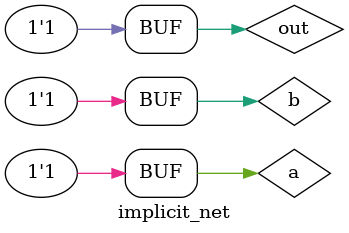
<source format=v>
module implicit_net;
reg a,b;
assign out = a|b ;

initial begin
    $monitor("Time=%0t a=%b b=%b out=%b", $time, a, b, out);
    a = 0; b = 0; #10;
    a = 0; b = 1; #10;
    a = 1; b = 0; #10;
    a = 1; b = 1; #10;
end endmodule

</source>
